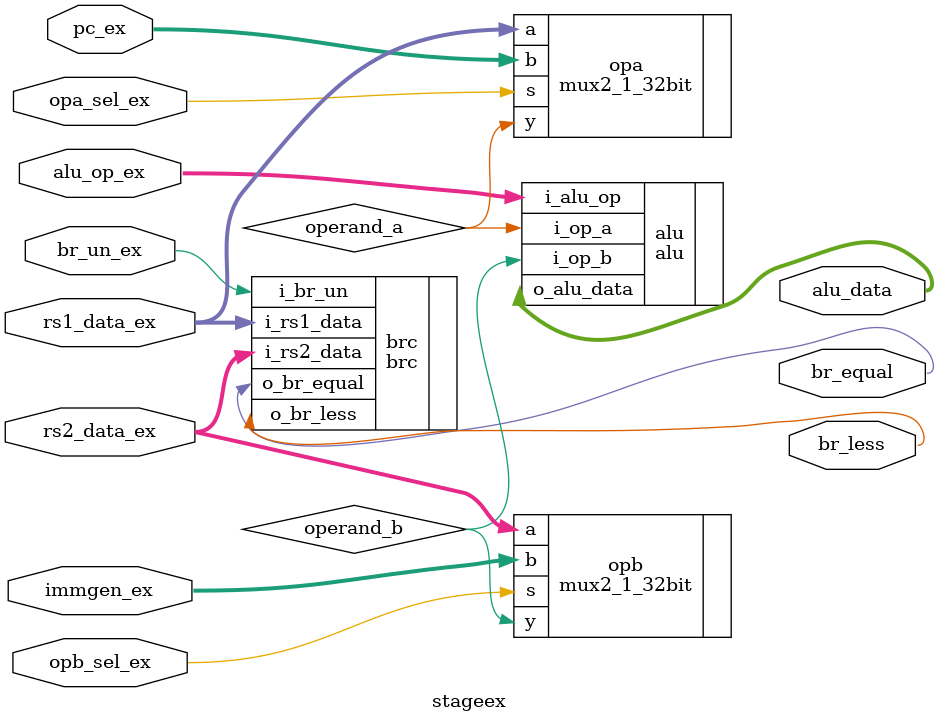
<source format=sv>
module stageex (
		input logic br_un_ex, opa_sel_ex, opb_sel_ex,
		input logic [31:0] pc_ex, rs1_data_ex, rs2_data_ex, immgen_ex,
		input logic [3:0] alu_op_ex,
		
		output logic br_less, br_equal,
		output logic [31:0] alu_data
);
   // Branch comparison logic
    brc brc (
        .i_rs1_data      (rs1_data_ex),
        .i_rs2_data      (rs2_data_ex),
        .i_br_un         (br_un_ex),
        .o_br_less       (br_less),
        .o_br_equal      (br_equal)
    );
	     // ALU operation
    alu alu (
        .i_op_a      (operand_a),
        .i_op_b      (operand_b),
        .i_alu_op    (alu_op_ex),
        .o_alu_data  (alu_data)
    );

    // Operand selection
    mux2_1_32bit opa (
        .a (rs1_data_ex),
        .b (pc_ex),
        .s (opa_sel_ex),
        .y (operand_a)
    );

    mux2_1_32bit opb (
        .a (rs2_data_ex),
        .b (immgen_ex),
        .s (opb_sel_ex),
        .y (operand_b)
    );
endmodule

</source>
